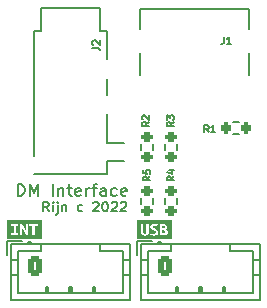
<source format=gto>
G04 #@! TF.GenerationSoftware,KiCad,Pcbnew,(6.0.5)*
G04 #@! TF.CreationDate,2022-07-09T20:46:05-07:00*
G04 #@! TF.ProjectId,interface,696e7465-7266-4616-9365-2e6b69636164,1*
G04 #@! TF.SameCoordinates,Original*
G04 #@! TF.FileFunction,Legend,Top*
G04 #@! TF.FilePolarity,Positive*
%FSLAX46Y46*%
G04 Gerber Fmt 4.6, Leading zero omitted, Abs format (unit mm)*
G04 Created by KiCad (PCBNEW (6.0.5)) date 2022-07-09 20:46:05*
%MOMM*%
%LPD*%
G01*
G04 APERTURE LIST*
G04 Aperture macros list*
%AMRoundRect*
0 Rectangle with rounded corners*
0 $1 Rounding radius*
0 $2 $3 $4 $5 $6 $7 $8 $9 X,Y pos of 4 corners*
0 Add a 4 corners polygon primitive as box body*
4,1,4,$2,$3,$4,$5,$6,$7,$8,$9,$2,$3,0*
0 Add four circle primitives for the rounded corners*
1,1,$1+$1,$2,$3*
1,1,$1+$1,$4,$5*
1,1,$1+$1,$6,$7*
1,1,$1+$1,$8,$9*
0 Add four rect primitives between the rounded corners*
20,1,$1+$1,$2,$3,$4,$5,0*
20,1,$1+$1,$4,$5,$6,$7,0*
20,1,$1+$1,$6,$7,$8,$9,0*
20,1,$1+$1,$8,$9,$2,$3,0*%
G04 Aperture macros list end*
%ADD10C,0.152400*%
%ADD11C,0.127000*%
%ADD12C,0.650000*%
%ADD13R,0.300000X1.150000*%
%ADD14O,1.000000X1.600000*%
%ADD15O,1.000000X2.100000*%
%ADD16RoundRect,0.200000X-0.275000X0.200000X-0.275000X-0.200000X0.275000X-0.200000X0.275000X0.200000X0*%
%ADD17C,1.500000*%
%ADD18R,2.500000X1.200000*%
%ADD19RoundRect,0.200000X0.275000X-0.200000X0.275000X0.200000X-0.275000X0.200000X-0.275000X-0.200000X0*%
%ADD20RoundRect,0.250000X-0.350000X-0.625000X0.350000X-0.625000X0.350000X0.625000X-0.350000X0.625000X0*%
%ADD21O,1.200000X1.750000*%
%ADD22RoundRect,0.200000X0.200000X0.275000X-0.200000X0.275000X-0.200000X-0.275000X0.200000X-0.275000X0*%
%ADD23C,0.700000*%
%ADD24C,4.400000*%
G04 APERTURE END LIST*
D10*
X51540964Y-64559619D02*
X51540964Y-63543619D01*
X51782869Y-63543619D01*
X51928012Y-63592000D01*
X52024774Y-63688761D01*
X52073155Y-63785523D01*
X52121536Y-63979047D01*
X52121536Y-64124190D01*
X52073155Y-64317714D01*
X52024774Y-64414476D01*
X51928012Y-64511238D01*
X51782869Y-64559619D01*
X51540964Y-64559619D01*
X52556964Y-64559619D02*
X52556964Y-63543619D01*
X52895631Y-64269333D01*
X53234298Y-63543619D01*
X53234298Y-64559619D01*
X54492202Y-64559619D02*
X54492202Y-63543619D01*
X54976012Y-63882285D02*
X54976012Y-64559619D01*
X54976012Y-63979047D02*
X55024393Y-63930666D01*
X55121155Y-63882285D01*
X55266298Y-63882285D01*
X55363060Y-63930666D01*
X55411440Y-64027428D01*
X55411440Y-64559619D01*
X55750107Y-63882285D02*
X56137155Y-63882285D01*
X55895250Y-63543619D02*
X55895250Y-64414476D01*
X55943631Y-64511238D01*
X56040393Y-64559619D01*
X56137155Y-64559619D01*
X56862869Y-64511238D02*
X56766107Y-64559619D01*
X56572583Y-64559619D01*
X56475821Y-64511238D01*
X56427440Y-64414476D01*
X56427440Y-64027428D01*
X56475821Y-63930666D01*
X56572583Y-63882285D01*
X56766107Y-63882285D01*
X56862869Y-63930666D01*
X56911250Y-64027428D01*
X56911250Y-64124190D01*
X56427440Y-64220952D01*
X57346679Y-64559619D02*
X57346679Y-63882285D01*
X57346679Y-64075809D02*
X57395060Y-63979047D01*
X57443440Y-63930666D01*
X57540202Y-63882285D01*
X57636964Y-63882285D01*
X57830488Y-63882285D02*
X58217536Y-63882285D01*
X57975631Y-64559619D02*
X57975631Y-63688761D01*
X58024012Y-63592000D01*
X58120774Y-63543619D01*
X58217536Y-63543619D01*
X58991631Y-64559619D02*
X58991631Y-64027428D01*
X58943250Y-63930666D01*
X58846488Y-63882285D01*
X58652964Y-63882285D01*
X58556202Y-63930666D01*
X58991631Y-64511238D02*
X58894869Y-64559619D01*
X58652964Y-64559619D01*
X58556202Y-64511238D01*
X58507821Y-64414476D01*
X58507821Y-64317714D01*
X58556202Y-64220952D01*
X58652964Y-64172571D01*
X58894869Y-64172571D01*
X58991631Y-64124190D01*
X59910869Y-64511238D02*
X59814107Y-64559619D01*
X59620583Y-64559619D01*
X59523821Y-64511238D01*
X59475440Y-64462857D01*
X59427060Y-64366095D01*
X59427060Y-64075809D01*
X59475440Y-63979047D01*
X59523821Y-63930666D01*
X59620583Y-63882285D01*
X59814107Y-63882285D01*
X59910869Y-63930666D01*
X60733345Y-64511238D02*
X60636583Y-64559619D01*
X60443060Y-64559619D01*
X60346298Y-64511238D01*
X60297917Y-64414476D01*
X60297917Y-64027428D01*
X60346298Y-63930666D01*
X60443060Y-63882285D01*
X60636583Y-63882285D01*
X60733345Y-63930666D01*
X60781726Y-64027428D01*
X60781726Y-64124190D01*
X60297917Y-64220952D01*
X54181028Y-65867695D02*
X53910095Y-65480647D01*
X53716571Y-65867695D02*
X53716571Y-65054895D01*
X54026209Y-65054895D01*
X54103619Y-65093600D01*
X54142323Y-65132304D01*
X54181028Y-65209714D01*
X54181028Y-65325828D01*
X54142323Y-65403238D01*
X54103619Y-65441942D01*
X54026209Y-65480647D01*
X53716571Y-65480647D01*
X54529371Y-65867695D02*
X54529371Y-65325828D01*
X54529371Y-65054895D02*
X54490666Y-65093600D01*
X54529371Y-65132304D01*
X54568076Y-65093600D01*
X54529371Y-65054895D01*
X54529371Y-65132304D01*
X54916419Y-65325828D02*
X54916419Y-66022514D01*
X54877714Y-66099923D01*
X54800304Y-66138628D01*
X54761600Y-66138628D01*
X54916419Y-65054895D02*
X54877714Y-65093600D01*
X54916419Y-65132304D01*
X54955123Y-65093600D01*
X54916419Y-65054895D01*
X54916419Y-65132304D01*
X55303466Y-65325828D02*
X55303466Y-65867695D01*
X55303466Y-65403238D02*
X55342171Y-65364533D01*
X55419580Y-65325828D01*
X55535695Y-65325828D01*
X55613104Y-65364533D01*
X55651809Y-65441942D01*
X55651809Y-65867695D01*
X57006476Y-65828990D02*
X56929066Y-65867695D01*
X56774247Y-65867695D01*
X56696838Y-65828990D01*
X56658133Y-65790285D01*
X56619428Y-65712876D01*
X56619428Y-65480647D01*
X56658133Y-65403238D01*
X56696838Y-65364533D01*
X56774247Y-65325828D01*
X56929066Y-65325828D01*
X57006476Y-65364533D01*
X57935390Y-65132304D02*
X57974095Y-65093600D01*
X58051504Y-65054895D01*
X58245028Y-65054895D01*
X58322438Y-65093600D01*
X58361142Y-65132304D01*
X58399847Y-65209714D01*
X58399847Y-65287123D01*
X58361142Y-65403238D01*
X57896685Y-65867695D01*
X58399847Y-65867695D01*
X58903009Y-65054895D02*
X58980419Y-65054895D01*
X59057828Y-65093600D01*
X59096533Y-65132304D01*
X59135238Y-65209714D01*
X59173942Y-65364533D01*
X59173942Y-65558057D01*
X59135238Y-65712876D01*
X59096533Y-65790285D01*
X59057828Y-65828990D01*
X58980419Y-65867695D01*
X58903009Y-65867695D01*
X58825600Y-65828990D01*
X58786895Y-65790285D01*
X58748190Y-65712876D01*
X58709485Y-65558057D01*
X58709485Y-65364533D01*
X58748190Y-65209714D01*
X58786895Y-65132304D01*
X58825600Y-65093600D01*
X58903009Y-65054895D01*
X59483580Y-65132304D02*
X59522285Y-65093600D01*
X59599695Y-65054895D01*
X59793219Y-65054895D01*
X59870628Y-65093600D01*
X59909333Y-65132304D01*
X59948038Y-65209714D01*
X59948038Y-65287123D01*
X59909333Y-65403238D01*
X59444876Y-65867695D01*
X59948038Y-65867695D01*
X60257676Y-65132304D02*
X60296380Y-65093600D01*
X60373790Y-65054895D01*
X60567314Y-65054895D01*
X60644723Y-65093600D01*
X60683428Y-65132304D01*
X60722133Y-65209714D01*
X60722133Y-65287123D01*
X60683428Y-65403238D01*
X60218971Y-65867695D01*
X60722133Y-65867695D01*
D11*
X68996800Y-51066171D02*
X68996800Y-51501600D01*
X68967771Y-51588685D01*
X68909714Y-51646742D01*
X68822628Y-51675771D01*
X68764571Y-51675771D01*
X69606400Y-51675771D02*
X69258057Y-51675771D01*
X69432228Y-51675771D02*
X69432228Y-51066171D01*
X69374171Y-51153257D01*
X69316114Y-51211314D01*
X69258057Y-51240342D01*
X64775771Y-62901600D02*
X64485485Y-63104800D01*
X64775771Y-63249942D02*
X64166171Y-63249942D01*
X64166171Y-63017714D01*
X64195200Y-62959657D01*
X64224228Y-62930628D01*
X64282285Y-62901600D01*
X64369371Y-62901600D01*
X64427428Y-62930628D01*
X64456457Y-62959657D01*
X64485485Y-63017714D01*
X64485485Y-63249942D01*
X64369371Y-62379085D02*
X64775771Y-62379085D01*
X64137142Y-62524228D02*
X64572571Y-62669371D01*
X64572571Y-62292000D01*
X57866171Y-52003200D02*
X58301600Y-52003200D01*
X58388685Y-52032228D01*
X58446742Y-52090285D01*
X58475771Y-52177371D01*
X58475771Y-52235428D01*
X57924228Y-51741942D02*
X57895200Y-51712914D01*
X57866171Y-51654857D01*
X57866171Y-51509714D01*
X57895200Y-51451657D01*
X57924228Y-51422628D01*
X57982285Y-51393600D01*
X58040342Y-51393600D01*
X58127428Y-51422628D01*
X58475771Y-51770971D01*
X58475771Y-51393600D01*
X64775771Y-58301600D02*
X64485485Y-58504800D01*
X64775771Y-58649942D02*
X64166171Y-58649942D01*
X64166171Y-58417714D01*
X64195200Y-58359657D01*
X64224228Y-58330628D01*
X64282285Y-58301600D01*
X64369371Y-58301600D01*
X64427428Y-58330628D01*
X64456457Y-58359657D01*
X64485485Y-58417714D01*
X64485485Y-58649942D01*
X64166171Y-58098400D02*
X64166171Y-57721028D01*
X64398400Y-57924228D01*
X64398400Y-57837142D01*
X64427428Y-57779085D01*
X64456457Y-57750057D01*
X64514514Y-57721028D01*
X64659657Y-57721028D01*
X64717714Y-57750057D01*
X64746742Y-57779085D01*
X64775771Y-57837142D01*
X64775771Y-58011314D01*
X64746742Y-58069371D01*
X64717714Y-58098400D01*
X62675771Y-58301600D02*
X62385485Y-58504800D01*
X62675771Y-58649942D02*
X62066171Y-58649942D01*
X62066171Y-58417714D01*
X62095200Y-58359657D01*
X62124228Y-58330628D01*
X62182285Y-58301600D01*
X62269371Y-58301600D01*
X62327428Y-58330628D01*
X62356457Y-58359657D01*
X62385485Y-58417714D01*
X62385485Y-58649942D01*
X62124228Y-58069371D02*
X62095200Y-58040342D01*
X62066171Y-57982285D01*
X62066171Y-57837142D01*
X62095200Y-57779085D01*
X62124228Y-57750057D01*
X62182285Y-57721028D01*
X62240342Y-57721028D01*
X62327428Y-57750057D01*
X62675771Y-58098400D01*
X62675771Y-57721028D01*
X62775771Y-62901600D02*
X62485485Y-63104800D01*
X62775771Y-63249942D02*
X62166171Y-63249942D01*
X62166171Y-63017714D01*
X62195200Y-62959657D01*
X62224228Y-62930628D01*
X62282285Y-62901600D01*
X62369371Y-62901600D01*
X62427428Y-62930628D01*
X62456457Y-62959657D01*
X62485485Y-63017714D01*
X62485485Y-63249942D01*
X62166171Y-62350057D02*
X62166171Y-62640342D01*
X62456457Y-62669371D01*
X62427428Y-62640342D01*
X62398400Y-62582285D01*
X62398400Y-62437142D01*
X62427428Y-62379085D01*
X62456457Y-62350057D01*
X62514514Y-62321028D01*
X62659657Y-62321028D01*
X62717714Y-62350057D01*
X62746742Y-62379085D01*
X62775771Y-62437142D01*
X62775771Y-62582285D01*
X62746742Y-62640342D01*
X62717714Y-62669371D01*
X67698400Y-59175771D02*
X67495200Y-58885485D01*
X67350057Y-59175771D02*
X67350057Y-58566171D01*
X67582285Y-58566171D01*
X67640342Y-58595200D01*
X67669371Y-58624228D01*
X67698400Y-58682285D01*
X67698400Y-58769371D01*
X67669371Y-58827428D01*
X67640342Y-58856457D01*
X67582285Y-58885485D01*
X67350057Y-58885485D01*
X68278971Y-59175771D02*
X67930628Y-59175771D01*
X68104800Y-59175771D02*
X68104800Y-58566171D01*
X68046742Y-58653257D01*
X67988685Y-58711314D01*
X67930628Y-58740342D01*
X71080000Y-54350000D02*
X71080000Y-52430000D01*
X61920000Y-52430000D02*
X61920000Y-54350000D01*
X61920000Y-50420000D02*
X61920000Y-48715000D01*
X61920000Y-48715000D02*
X71080000Y-48715000D01*
X71080000Y-48715000D02*
X71080000Y-50420000D01*
X63977500Y-64762742D02*
X63977500Y-65237258D01*
X65022500Y-64762742D02*
X65022500Y-65237258D01*
X59100000Y-61600000D02*
X60500000Y-61600000D01*
X59100000Y-57650000D02*
X59100000Y-60050000D01*
X58500000Y-50625000D02*
X58500000Y-48625000D01*
X58500000Y-48625000D02*
X53500000Y-48625000D01*
X59100000Y-61600000D02*
X59100000Y-62725000D01*
X59100000Y-54650000D02*
X59100000Y-56000000D01*
X59100000Y-60050000D02*
X60500000Y-60050000D01*
X52900000Y-61150000D02*
X52900000Y-50625000D01*
X59100000Y-50625000D02*
X59100000Y-53000000D01*
X53500000Y-50625000D02*
X53500000Y-48625000D01*
X53500000Y-50625000D02*
X52900000Y-50625000D01*
X52900000Y-62725000D02*
X59100000Y-62725000D01*
X59100000Y-50625000D02*
X58500000Y-50625000D01*
G36*
X61634208Y-66556508D02*
G01*
X64565792Y-66556508D01*
X64565792Y-68243492D01*
X61634208Y-68243492D01*
X61634208Y-67536525D01*
X61964937Y-67536525D01*
X61968906Y-67618281D01*
X61980812Y-67692100D01*
X62002244Y-67756791D01*
X62034787Y-67811162D01*
X62137181Y-67886569D01*
X62209214Y-67906214D01*
X62296725Y-67912762D01*
X62385625Y-67906214D01*
X62458650Y-67886569D01*
X62517387Y-67854620D01*
X62534835Y-67838150D01*
X62760275Y-67838150D01*
X62869812Y-67886569D01*
X62955141Y-67906214D01*
X63065075Y-67912762D01*
X63176465Y-67904384D01*
X63267217Y-67879249D01*
X63272236Y-67876250D01*
X63576250Y-67876250D01*
X63644909Y-67888752D01*
X63714363Y-67897681D01*
X63783022Y-67903039D01*
X63849300Y-67904825D01*
X63927683Y-67901055D01*
X64000906Y-67889744D01*
X64066788Y-67869503D01*
X64123144Y-67838944D01*
X64204900Y-67743694D01*
X64227522Y-67676820D01*
X64235063Y-67595262D01*
X64226133Y-67528587D01*
X64199344Y-67465087D01*
X64147552Y-67409525D01*
X64063613Y-67366662D01*
X64154894Y-67280937D01*
X64180492Y-67222994D01*
X64189025Y-67157112D01*
X64174738Y-67065037D01*
X64120763Y-66981694D01*
X64011225Y-66921369D01*
X63931056Y-66904105D01*
X63830250Y-66898350D01*
X63698487Y-66905494D01*
X63576250Y-66922162D01*
X63576250Y-67876250D01*
X63272236Y-67876250D01*
X63337331Y-67837356D01*
X63404602Y-67746273D01*
X63427025Y-67623837D01*
X63420278Y-67549820D01*
X63400037Y-67489694D01*
X63330981Y-67400794D01*
X63238906Y-67343644D01*
X63142862Y-67304750D01*
X63081744Y-67280937D01*
X63026181Y-67251569D01*
X62985700Y-67213469D01*
X62969825Y-67163462D01*
X62987111Y-67100844D01*
X63038969Y-67063274D01*
X63125400Y-67050750D01*
X63237319Y-67066625D01*
X63325425Y-67104725D01*
X63382575Y-66953912D01*
X63269069Y-66907875D01*
X63195845Y-66892397D01*
X63111112Y-66887237D01*
X63013834Y-66895881D01*
X62931549Y-66921810D01*
X62864256Y-66965025D01*
X62796986Y-67057894D01*
X62774562Y-67180925D01*
X62799963Y-67297606D01*
X62864256Y-67376187D01*
X62950775Y-67428575D01*
X63042850Y-67465087D01*
X63109525Y-67492869D01*
X63169850Y-67526206D01*
X63214300Y-67568275D01*
X63231763Y-67622250D01*
X63224619Y-67669081D01*
X63198425Y-67710356D01*
X63146831Y-67738931D01*
X63065075Y-67749250D01*
X62985898Y-67743694D01*
X62919819Y-67727025D01*
X62817425Y-67679400D01*
X62760275Y-67838150D01*
X62534835Y-67838150D01*
X62563425Y-67811162D01*
X62597159Y-67756791D01*
X62618987Y-67692100D01*
X62630894Y-67618281D01*
X62634862Y-67536525D01*
X62634862Y-66909462D01*
X62439600Y-66909462D01*
X62439600Y-67522237D01*
X62433250Y-67626219D01*
X62411025Y-67694481D01*
X62368162Y-67731787D01*
X62299900Y-67742900D01*
X62231637Y-67731787D01*
X62189569Y-67695275D01*
X62168137Y-67627806D01*
X62161787Y-67523825D01*
X62161787Y-66909462D01*
X61964937Y-66909462D01*
X61964937Y-67536525D01*
X61634208Y-67536525D01*
X61634208Y-66556508D01*
G37*
G36*
X63912800Y-67072181D02*
G01*
X63957250Y-67088056D01*
X63987413Y-67121394D01*
X63998525Y-67177750D01*
X63960425Y-67267444D01*
X63847712Y-67299987D01*
X63771513Y-67299987D01*
X63771513Y-67074562D01*
X63814375Y-67069800D01*
X63860412Y-67068212D01*
X63912800Y-67072181D01*
G37*
G36*
X63997731Y-67492869D02*
G01*
X64042975Y-67595262D01*
X64027100Y-67665906D01*
X63986619Y-67708769D01*
X63930263Y-67729406D01*
X63865175Y-67734962D01*
X63816756Y-67733375D01*
X63771513Y-67728612D01*
X63771513Y-67461912D01*
X63876288Y-67461912D01*
X63997731Y-67492869D01*
G37*
G36*
X50641352Y-66577940D02*
G01*
X53558648Y-66577940D01*
X53558648Y-68222060D01*
X50641352Y-68222060D01*
X50641352Y-67891331D01*
X50972081Y-67891331D01*
X51595969Y-67891331D01*
X51753131Y-67891331D01*
X51929344Y-67891331D01*
X51929344Y-67238869D01*
X51988346Y-67347789D01*
X52044702Y-67456533D01*
X52098412Y-67565100D01*
X52149477Y-67673667D01*
X52197896Y-67782411D01*
X52243669Y-67891331D01*
X52400831Y-67891331D01*
X52400831Y-67070594D01*
X52513544Y-67070594D01*
X52772306Y-67070594D01*
X52772306Y-67891331D01*
X52969156Y-67891331D01*
X52969156Y-67070594D01*
X53227919Y-67070594D01*
X53227919Y-66908669D01*
X52513544Y-66908669D01*
X52513544Y-67070594D01*
X52400831Y-67070594D01*
X52400831Y-66908669D01*
X52224619Y-66908669D01*
X52224619Y-67513506D01*
X52196639Y-67451594D01*
X52163500Y-67380156D01*
X52126194Y-67302766D01*
X52085713Y-67222994D01*
X52043048Y-67141833D01*
X51999194Y-67060275D01*
X51954744Y-66981495D01*
X51910294Y-66908669D01*
X51753131Y-66908669D01*
X51753131Y-67891331D01*
X51595969Y-67891331D01*
X51595969Y-67729406D01*
X51383244Y-67729406D01*
X51383244Y-67070594D01*
X51595969Y-67070594D01*
X51595969Y-66908669D01*
X50972081Y-66908669D01*
X50972081Y-67070594D01*
X51186394Y-67070594D01*
X51186394Y-67729406D01*
X50972081Y-67729406D01*
X50972081Y-67891331D01*
X50641352Y-67891331D01*
X50641352Y-66577940D01*
G37*
X65022500Y-60637258D02*
X65022500Y-60162742D01*
X63977500Y-60637258D02*
X63977500Y-60162742D01*
X63022500Y-60637258D02*
X63022500Y-60162742D01*
X61977500Y-60637258D02*
X61977500Y-60162742D01*
X61977500Y-64762742D02*
X61977500Y-65237258D01*
X63022500Y-64762742D02*
X63022500Y-65237258D01*
X66900000Y-72750000D02*
X66900000Y-72250000D01*
X68900000Y-72250000D02*
X69100000Y-72250000D01*
X61640000Y-68340000D02*
X61640000Y-69590000D01*
X61940000Y-68640000D02*
X61940000Y-73360000D01*
X67000000Y-72750000D02*
X67000000Y-72250000D01*
X72060000Y-69950000D02*
X71450000Y-69950000D01*
X64500000Y-69250000D02*
X62550000Y-69250000D01*
X69000000Y-72750000D02*
X69000000Y-72250000D01*
X65000000Y-72750000D02*
X65000000Y-72250000D01*
X68900000Y-72750000D02*
X68900000Y-72250000D01*
X67100000Y-72250000D02*
X67100000Y-72750000D01*
X63700000Y-68640000D02*
X63700000Y-68440000D01*
X64900000Y-72750000D02*
X64900000Y-72250000D01*
X72060000Y-71250000D02*
X71450000Y-71250000D01*
X71450000Y-72750000D02*
X71450000Y-69250000D01*
X65100000Y-72250000D02*
X65100000Y-72750000D01*
X64900000Y-72250000D02*
X65100000Y-72250000D01*
X61940000Y-69950000D02*
X62550000Y-69950000D01*
X72060000Y-73360000D02*
X72060000Y-68640000D01*
X72060000Y-68640000D02*
X61940000Y-68640000D01*
X62550000Y-69250000D02*
X62550000Y-72750000D01*
X62890000Y-68340000D02*
X61640000Y-68340000D01*
X63700000Y-68440000D02*
X63400000Y-68440000D01*
X61940000Y-71250000D02*
X62550000Y-71250000D01*
X61940000Y-73360000D02*
X72060000Y-73360000D01*
X63700000Y-68540000D02*
X63400000Y-68540000D01*
X62550000Y-72750000D02*
X71450000Y-72750000D01*
X69100000Y-72250000D02*
X69100000Y-72750000D01*
X66900000Y-72250000D02*
X67100000Y-72250000D01*
X69500000Y-69250000D02*
X69500000Y-68640000D01*
X63400000Y-68440000D02*
X63400000Y-68640000D01*
X64500000Y-68640000D02*
X64500000Y-69250000D01*
X71450000Y-69250000D02*
X69500000Y-69250000D01*
X70237258Y-58277500D02*
X69762742Y-58277500D01*
X70237258Y-59322500D02*
X69762742Y-59322500D01*
X54100000Y-72250000D02*
X54100000Y-72750000D01*
X52700000Y-68440000D02*
X52400000Y-68440000D01*
X58500000Y-69250000D02*
X58500000Y-68640000D01*
X51550000Y-69250000D02*
X51550000Y-72750000D01*
X51550000Y-72750000D02*
X60450000Y-72750000D01*
X56000000Y-72750000D02*
X56000000Y-72250000D01*
X58100000Y-72250000D02*
X58100000Y-72750000D01*
X58000000Y-72750000D02*
X58000000Y-72250000D01*
X52700000Y-68540000D02*
X52400000Y-68540000D01*
X60450000Y-69250000D02*
X58500000Y-69250000D01*
X50640000Y-68340000D02*
X50640000Y-69590000D01*
X57900000Y-72250000D02*
X58100000Y-72250000D01*
X53500000Y-68640000D02*
X53500000Y-69250000D01*
X56100000Y-72250000D02*
X56100000Y-72750000D01*
X50940000Y-69950000D02*
X51550000Y-69950000D01*
X52400000Y-68440000D02*
X52400000Y-68640000D01*
X61060000Y-69950000D02*
X60450000Y-69950000D01*
X53500000Y-69250000D02*
X51550000Y-69250000D01*
X50940000Y-73360000D02*
X61060000Y-73360000D01*
X52700000Y-68640000D02*
X52700000Y-68440000D01*
X53900000Y-72250000D02*
X54100000Y-72250000D01*
X61060000Y-68640000D02*
X50940000Y-68640000D01*
X61060000Y-73360000D02*
X61060000Y-68640000D01*
X54000000Y-72750000D02*
X54000000Y-72250000D01*
X57900000Y-72750000D02*
X57900000Y-72250000D01*
X61060000Y-71250000D02*
X60450000Y-71250000D01*
X53900000Y-72750000D02*
X53900000Y-72250000D01*
X60450000Y-72750000D02*
X60450000Y-69250000D01*
X51890000Y-68340000D02*
X50640000Y-68340000D01*
X55900000Y-72250000D02*
X56100000Y-72250000D01*
X50940000Y-71250000D02*
X51550000Y-71250000D01*
X50940000Y-68640000D02*
X50940000Y-73360000D01*
X55900000Y-72750000D02*
X55900000Y-72250000D01*
%LPC*%
D12*
X69390000Y-55105000D03*
X63610000Y-55105000D03*
D13*
X69850000Y-56170000D03*
X69050000Y-56170000D03*
X67750000Y-56170000D03*
X66750000Y-56170000D03*
X66250000Y-56170000D03*
X65250000Y-56170000D03*
X63950000Y-56170000D03*
X63150000Y-56170000D03*
X63450000Y-56170000D03*
X64250000Y-56170000D03*
X64750000Y-56170000D03*
X65750000Y-56170000D03*
X67250000Y-56170000D03*
X68250000Y-56170000D03*
X68750000Y-56170000D03*
X69550000Y-56170000D03*
D14*
X70820000Y-51425000D03*
D15*
X62180000Y-55605000D03*
X70820000Y-55605000D03*
D14*
X62180000Y-51425000D03*
D16*
X64500000Y-64175000D03*
X64500000Y-65825000D03*
D17*
X56000000Y-52225000D03*
X56000000Y-59225000D03*
D18*
X59250000Y-56825000D03*
X59250000Y-53825000D03*
X52750000Y-61925000D03*
X59250000Y-60825000D03*
D19*
X64500000Y-61225000D03*
X64500000Y-59575000D03*
X62500000Y-61225000D03*
X62500000Y-59575000D03*
D16*
X62500000Y-64175000D03*
X62500000Y-65825000D03*
D20*
X64000000Y-70450000D03*
D21*
X66000000Y-70450000D03*
X68000000Y-70450000D03*
X70000000Y-70450000D03*
D22*
X70825000Y-58800000D03*
X69175000Y-58800000D03*
D20*
X53000000Y-70450000D03*
D21*
X55000000Y-70450000D03*
X57000000Y-70450000D03*
X59000000Y-70450000D03*
D23*
X70650000Y-64000000D03*
X67350000Y-64000000D03*
X67833274Y-65166726D03*
X69000000Y-62350000D03*
X67833274Y-62833274D03*
X69000000Y-65650000D03*
D24*
X69000000Y-64000000D03*
D23*
X70166726Y-62833274D03*
X70166726Y-65166726D03*
M02*

</source>
